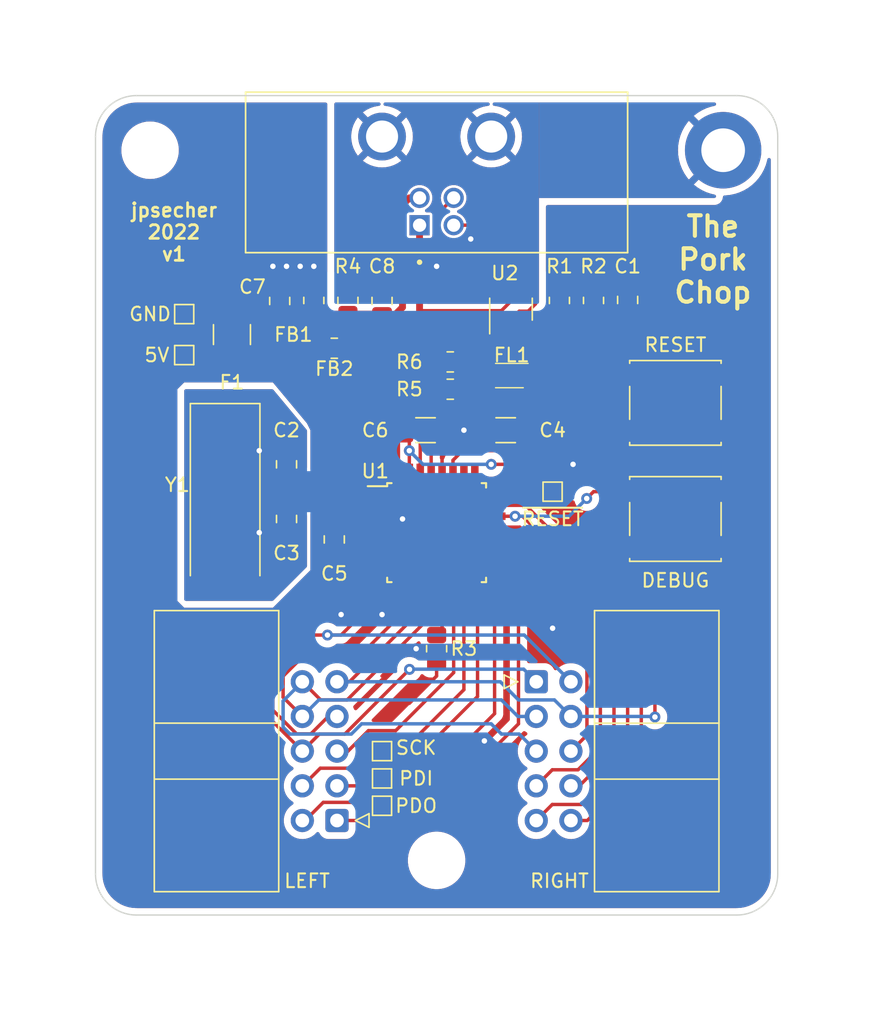
<source format=kicad_pcb>
(kicad_pcb (version 20211014) (generator pcbnew)
  (layers (0 "F.Cu" signal) (31 "B.Cu" signal) (34 "B.Paste" user) (35 "F.Paste" user) (36 "B.SilkS" user "B.Silkscreen") (37 "F.SilkS" user "F.Silkscreen") (38 "B.Mask" user) (39 "F.Mask" user) (44 "Edge.Cuts" user))
  (net 0 "")
  (net 1 "Net-(C1-Pad1)")
  (net 2 "GND")
  (net 3 "Net-(C2-Pad1)")
  (net 4 "Net-(C3-Pad1)")
  (net 5 "Net-(C4-Pad1)")
  (net 6 "+5V")
  (net 7 "Net-(C7-Pad1)")
  (net 8 "GNDPWR")
  (net 9 "Net-(C8-Pad2)")
  (net 10 "Net-(FB2-Pad2)")
  (net 11 "/D+")
  (net 12 "Net-(FL1-Pad2)")
  (net 13 "Net-(FL1-Pad3)")
  (net 14 "/D-")
  (net 15 "/D_P")
  (net 16 "R0")
  (net 17 "R1")
  (net 18 "R2")
  (net 19 "R3")
  (net 20 "R4")
  (net 21 "C0")
  (net 22 "C1")
  (net 23 "C2")
  (net 24 "C3")
  (net 25 "C4")
  (net 26 "C5")
  (net 27 "C6")
  (net 28 "C7")
  (net 29 "C8")
  (net 30 "C9")
  (net 31 "Net-(R2-Pad2)")
  (net 32 "Net-(R3-Pad1)")
  (net 33 "Dpos")
  (net 34 "Dneg")
  (net 40 "Net-(FL1-Pad1)")
  (footprint "mech-kbd:AMPHENOL_MUSBD111M0" (layer "F.Cu") (at 125 63 180)
    (fp_text reference "J1" hide)
    (fp_text value "MUSBD111M0")
    (pad "1" thru_hole rect (at 1.25 -6.49 180) (size 1.478 1.478) (drill 0.97) (layers *.Cu *.Mask) (net 10 "Net-(FB2-Pad2)"))
    (pad "2" thru_hole circle (at -1.25 -6.49 180) (size 1.478 1.478) (drill 0.97) (layers *.Cu *.Mask) (net 14 "/D-"))
    (pad "3" thru_hole circle (at -1.25 -4.49 180) (size 1.478 1.478) (drill 0.97) (layers *.Cu *.Mask) (net 11 "/D+"))
    (pad "4" thru_hole circle (at 1.25 -4.49 180) (size 1.478 1.478) (drill 0.97) (layers *.Cu *.Mask) (net 9 "Net-(C8-Pad2)"))
    (pad "5" thru_hole circle (at -4 0 180) (size 3.5 3.5) (drill 2.35) (layers *.Cu *.Mask) (net 8 "GNDPWR"))
    (pad "5" thru_hole circle (at 4 0 180) (size 3.5 3.5) (drill 2.35) (layers *.Cu *.Mask) (net 8 "GNDPWR"))
  )
  (footprint "Capacitor_SMD:C_0805_2012Metric_Pad1.18x1.45mm_HandSolder" (layer "F.Cu") (at 121 75.0375 -90)
    (fp_text reference "C8" (at -2.5375 0 180) (layer "F.SilkS"))
    (fp_text value "22p/100V")
    (pad "1" smd roundrect (at -1.0375 0 270) (size 1.175 1.45) (layers "F.Cu" "F.Paste" "F.Mask") (roundrect_rratio 0.212766) (net 8 "GNDPWR"))
    (pad "2" smd roundrect (at 1.0375 0 270) (size 1.175 1.45) (layers "F.Cu" "F.Paste" "F.Mask") (roundrect_rratio 0.212766) (net 9 "Net-(C8-Pad2)"))
  )
  (footprint "Connector_IDC:IDC-Header_2x05_P2.54mm_Horizontal" (layer "F.Cu") (at 117.6975 113.08 180)
    (fp_text reference "J2" hide)
    (fp_text value "LEFT" (at 2.1975 -4.42) (layer "F.SilkS"))
    (pad "1" thru_hole roundrect (at 0 0 180) (size 1.7 1.7) (drill 1) (layers *.Cu *.Mask) (roundrect_rratio 0.147059) (net 21 "C0"))
    (pad "2" thru_hole circle (at 2.54 0 180) (size 1.7 1.7) (drill 1) (layers *.Cu *.Mask) (net 22 "C1"))
    (pad "3" thru_hole circle (at 0 2.54 180) (size 1.7 1.7) (drill 1) (layers *.Cu *.Mask) (net 23 "C2"))
    (pad "4" thru_hole circle (at 2.54 2.54 180) (size 1.7 1.7) (drill 1) (layers *.Cu *.Mask) (net 24 "C3"))
    (pad "5" thru_hole circle (at 0 5.08 180) (size 1.7 1.7) (drill 1) (layers *.Cu *.Mask) (net 25 "C4"))
    (pad "6" thru_hole circle (at 2.54 5.08 180) (size 1.7 1.7) (drill 1) (layers *.Cu *.Mask) (net 16 "R0"))
    (pad "7" thru_hole circle (at 0 7.62 180) (size 1.7 1.7) (drill 1) (layers *.Cu *.Mask) (net 17 "R1"))
    (pad "8" thru_hole circle (at 2.54 7.62 180) (size 1.7 1.7) (drill 1) (layers *.Cu *.Mask) (net 18 "R2"))
    (pad "9" thru_hole circle (at 0 10.16 180) (size 1.7 1.7) (drill 1) (layers *.Cu *.Mask) (net 19 "R3"))
    (pad "10" thru_hole circle (at 2.54 10.16 180) (size 1.7 1.7) (drill 1) (layers *.Cu *.Mask) (net 20 "R4"))
  )
  (footprint "Resistor_SMD:R_0805_2012Metric_Pad1.20x1.40mm_HandSolder" (layer "F.Cu") (at 126 79.5 180)
    (fp_text reference "R6" (at 3 0) (layer "F.SilkS"))
    (fp_text value "22")
    (pad "1" smd roundrect (at -1 0 180) (size 1.2 1.4) (layers "F.Cu" "F.Paste" "F.Mask") (roundrect_rratio 0.208333) (net 12 "Net-(FL1-Pad2)"))
    (pad "2" smd roundrect (at 1 0 180) (size 1.2 1.4) (layers "F.Cu" "F.Paste" "F.Mask") (roundrect_rratio 0.208333) (net 34 "Dneg"))
  )
  (footprint "Capacitor_SMD:C_0805_2012Metric_Pad1.18x1.45mm_HandSolder" (layer "F.Cu") (at 114 91 -90)
    (fp_text reference "C3" (at 2.5 0 180) (layer "F.SilkS"))
    (fp_text value "22p")
    (pad "1" smd roundrect (at -1.0375 0 270) (size 1.175 1.45) (layers "F.Cu" "F.Paste" "F.Mask") (roundrect_rratio 0.212766) (net 4 "Net-(C3-Pad1)"))
    (pad "2" smd roundrect (at 1.0375 0 270) (size 1.175 1.45) (layers "F.Cu" "F.Paste" "F.Mask") (roundrect_rratio 0.212766) (net 2 "GND"))
  )
  (footprint "Capacitor_SMD:C_1206_3216Metric_Pad1.33x1.80mm_HandSolder" (layer "F.Cu") (at 124.1875 84.5)
    (fp_text reference "C6" (at -3.6875 0) (layer "F.SilkS"))
    (fp_text value "1µ")
    (pad "1" smd roundrect (at -1.5625 0) (size 1.325 1.8) (layers "F.Cu" "F.Paste" "F.Mask") (roundrect_rratio 0.188679) (net 6 "+5V"))
    (pad "2" smd roundrect (at 1.5625 0) (size 1.325 1.8) (layers "F.Cu" "F.Paste" "F.Mask") (roundrect_rratio 0.188679) (net 2 "GND"))
  )
  (footprint "Resistor_SMD:R_1210_3225Metric_Pad1.30x2.65mm_HandSolder" (layer "F.Cu") (at 110 77.5 -90)
    (fp_text reference "F1" (at 3.5 0 180) (layer "F.SilkS"))
    (fp_text value "350mA")
    (pad "1" smd roundrect (at -1.55 0 270) (size 1.3 2.65) (layers "F.Cu" "F.Paste" "F.Mask") (roundrect_rratio 0.192308) (net 7 "Net-(C7-Pad1)"))
    (pad "2" smd roundrect (at 1.55 0 270) (size 1.3 2.65) (layers "F.Cu" "F.Paste" "F.Mask") (roundrect_rratio 0.192308) (net 6 "+5V"))
  )
  (footprint "MountingHole:MountingHole_3.2mm_M3" (layer "F.Cu") (at 104 64)
    (fp_text reference "REF**" hide)
    (fp_text value "MountingHole_3.2mm_M3" hide)
    (pad "" np_thru_hole circle (at 0 0) (size 3.2 3.2) (drill 3.2) (layers *.Cu *.Mask))
  )
  (footprint "Button_Switch_SMD:SW_SPST_EVQQ2" (layer "F.Cu") (at 142.5 82.5 180)
    (fp_text reference "SW1" hide)
    (fp_text value "RESET" (at 0 4.25) (layer "F.SilkS"))
    (pad "1" smd rect (at 3.4 -2 180) (size 3.2 1) (layers "F.Cu" "F.Paste" "F.Mask") (net 31 "Net-(R2-Pad2)"))
    (pad "1" smd rect (at -3.4 -2 180) (size 3.2 1) (layers "F.Cu" "F.Paste" "F.Mask") (net 31 "Net-(R2-Pad2)"))
    (pad "2" smd rect (at 3.4 2 180) (size 3.2 1) (layers "F.Cu" "F.Paste" "F.Mask") (net 2 "GND"))
    (pad "2" smd rect (at -3.4 2 180) (size 3.2 1) (layers "F.Cu" "F.Paste" "F.Mask") (net 2 "GND"))
  )
  (footprint "TestPoint:TestPoint_Pad_1.0x1.0mm" (layer "F.Cu") (at 106.5 76)
    (fp_text reference "TP5" hide)
    (fp_text value "GND" (at -2.5 0) (layer "F.SilkS"))
    (pad "1" smd rect (at 0 0) (size 1 1) (layers "F.Cu" "F.Mask") (net 2 "GND"))
  )
  (footprint "Capacitor_SMD:C_1206_3216Metric_Pad1.33x1.80mm_HandSolder" (layer "F.Cu") (at 130.0625 84.5 180)
    (fp_text reference "C4" (at -3.4375 0) (layer "F.SilkS"))
    (fp_text value "1µ")
    (pad "1" smd roundrect (at -1.5625 0 180) (size 1.325 1.8) (layers "F.Cu" "F.Paste" "F.Mask") (roundrect_rratio 0.188679) (net 5 "Net-(C4-Pad1)"))
    (pad "2" smd roundrect (at 1.5625 0 180) (size 1.325 1.8) (layers "F.Cu" "F.Paste" "F.Mask") (roundrect_rratio 0.188679) (net 2 "GND"))
  )
  (footprint "Connector_IDC:IDC-Header_2x05_P2.54mm_Horizontal" (layer "F.Cu") (at 132.3025 102.92)
    (fp_text reference "J3" hide)
    (fp_text value "RIGHT" (at 1.6975 14.58) (layer "F.SilkS"))
    (pad "1" thru_hole roundrect (at 0 0) (size 1.7 1.7) (drill 1) (layers *.Cu *.Mask) (roundrect_rratio 0.147059) (net 16 "R0"))
    (pad "2" thru_hole circle (at 2.54 0) (size 1.7 1.7) (drill 1) (layers *.Cu *.Mask) (net 17 "R1"))
    (pad "3" thru_hole circle (at 0 2.54) (size 1.7 1.7) (drill 1) (layers *.Cu *.Mask) (net 18 "R2"))
    (pad "4" thru_hole circle (at 2.54 2.54) (size 1.7 1.7) (drill 1) (layers *.Cu *.Mask) (net 19 "R3"))
    (pad "5" thru_hole circle (at 0 5.08) (size 1.7 1.7) (drill 1) (layers *.Cu *.Mask) (net 20 "R4"))
    (pad "6" thru_hole circle (at 2.54 5.08) (size 1.7 1.7) (drill 1) (layers *.Cu *.Mask) (net 26 "C5"))
    (pad "7" thru_hole circle (at 0 7.62) (size 1.7 1.7) (drill 1) (layers *.Cu *.Mask) (net 27 "C6"))
    (pad "8" thru_hole circle (at 2.54 7.62) (size 1.7 1.7) (drill 1) (layers *.Cu *.Mask) (net 28 "C7"))
    (pad "9" thru_hole circle (at 0 10.16) (size 1.7 1.7) (drill 1) (layers *.Cu *.Mask) (net 29 "C8"))
    (pad "10" thru_hole circle (at 2.54 10.16) (size 1.7 1.7) (drill 1) (layers *.Cu *.Mask) (net 30 "C9"))
  )
  (footprint "TestPoint:TestPoint_Pad_1.0x1.0mm" (layer "F.Cu") (at 121 110 180)
    (fp_text reference "TP3" hide)
    (fp_text value "PDI" (at -2.5 0) (layer "F.SilkS"))
    (pad "1" smd rect (at 0 0 180) (size 1 1) (layers "F.Cu" "F.Mask") (net 23 "C2"))
  )
  (footprint "Capacitor_SMD:C_0805_2012Metric_Pad1.18x1.45mm_HandSolder" (layer "F.Cu") (at 114 87 90)
    (fp_text reference "C2" (at 2.5 0 180) (layer "F.SilkS"))
    (fp_text value "22p")
    (pad "1" smd roundrect (at -1.0375 0 90) (size 1.175 1.45) (layers "F.Cu" "F.Paste" "F.Mask") (roundrect_rratio 0.212766) (net 3 "Net-(C2-Pad1)"))
    (pad "2" smd roundrect (at 1.0375 0 90) (size 1.175 1.45) (layers "F.Cu" "F.Paste" "F.Mask") (roundrect_rratio 0.212766) (net 2 "GND"))
  )
  (footprint "Button_Switch_SMD:SW_SPST_EVQQ2" (layer "F.Cu") (at 142.5 91)
    (fp_text reference "SW2" hide)
    (fp_text value "DEBUG" (at 0 4.5) (layer "F.SilkS"))
    (pad "1" smd rect (at 3.4 -2) (size 3.2 1) (layers "F.Cu" "F.Paste" "F.Mask") (net 29 "C8"))
    (pad "1" smd rect (at -3.4 -2) (size 3.2 1) (layers "F.Cu" "F.Paste" "F.Mask") (net 29 "C8"))
    (pad "2" smd rect (at -3.4 2) (size 3.2 1) (layers "F.Cu" "F.Paste" "F.Mask") (net 19 "R3"))
    (pad "2" smd rect (at 3.4 2) (size 3.2 1) (layers "F.Cu" "F.Paste" "F.Mask") (net 19 "R3"))
  )
  (footprint "MountingHole:MountingHole_3.2mm_M3_DIN965_Pad" (layer "F.Cu") (at 146 64)
    (fp_text reference "H1" hide)
    (fp_text value "case" hide)
    (pad "1" thru_hole circle (at 0 0) (size 5.6 5.6) (drill 3.2) (layers *.Cu *.Mask) (net 8 "GNDPWR"))
  )
  (footprint "TestPoint:TestPoint_Pad_1.0x1.0mm" (layer "F.Cu") (at 121 112)
    (fp_text reference "TP4" hide)
    (fp_text value "PDO" (at 2.5 0 180) (layer "F.SilkS"))
    (pad "1" smd rect (at 0 0) (size 1 1) (layers "F.Cu" "F.Mask") (net 22 "C1"))
  )
  (footprint "Resistor_SMD:R_0805_2012Metric_Pad1.20x1.40mm_HandSolder" (layer "F.Cu") (at 126 81.5 180)
    (fp_text reference "R5" (at 3 0) (layer "F.SilkS"))
    (fp_text value "22")
    (pad "1" smd roundrect (at -1 0 180) (size 1.2 1.4) (layers "F.Cu" "F.Paste" "F.Mask") (roundrect_rratio 0.208333) (net 13 "Net-(FL1-Pad3)"))
    (pad "2" smd roundrect (at 1 0 180) (size 1.2 1.4) (layers "F.Cu" "F.Paste" "F.Mask") (roundrect_rratio 0.208333) (net 33 "Dpos"))
  )
  (footprint "Crystal:Crystal_SMD_HC49-SD" (layer "F.Cu") (at 109.5 89.25 -90)
    (fp_text reference "Y1" (at -0.75 3.5 180) (layer "F.SilkS"))
    (fp_text value "16MHz")
    (pad "1" smd rect (at -4.25 0 270) (size 4.5 2) (layers "F.Cu" "F.Paste" "F.Mask") (net 3 "Net-(C2-Pad1)"))
    (pad "2" smd rect (at 4.25 0 270) (size 4.5 2) (layers "F.Cu" "F.Paste" "F.Mask") (net 4 "Net-(C3-Pad1)"))
  )
  (footprint "Resistor_SMD:R_0805_2012Metric_Pad1.20x1.40mm_HandSolder" (layer "F.Cu") (at 117.5 78.5)
    (fp_text reference "FB2" (at 0 1.5) (layer "F.SilkS"))
    (fp_text value "120")
    (pad "1" smd roundrect (at -1 0) (size 1.2 1.4) (layers "F.Cu" "F.Paste" "F.Mask") (roundrect_rratio 0.208333) (net 7 "Net-(C7-Pad1)"))
    (pad "2" smd roundrect (at 1 0) (size 1.2 1.4) (layers "F.Cu" "F.Paste" "F.Mask") (roundrect_rratio 0.208333) (net 10 "Net-(FB2-Pad2)"))
  )
  (footprint "TestPoint:TestPoint_Pad_1.0x1.0mm" (layer "F.Cu") (at 121 108)
    (fp_text reference "TP2" hide)
    (fp_text value "SCK" (at 2.5 -0.25) (layer "F.SilkS"))
    (pad "1" smd rect (at 0 0) (size 1 1) (layers "F.Cu" "F.Mask") (net 24 "C3"))
  )
  (footprint "Capacitor_SMD:C_0805_2012Metric_Pad1.18x1.45mm_HandSolder" (layer "F.Cu") (at 113.5 75.0375 90)
    (fp_text reference "C7" (at 1.0375 -2 180) (layer "F.SilkS"))
    (fp_text value "4µ7")
    (pad "1" smd roundrect (at -1.0375 0 90) (size 1.175 1.45) (layers "F.Cu" "F.Paste" "F.Mask") (roundrect_rratio 0.212766) (net 7 "Net-(C7-Pad1)"))
    (pad "2" smd roundrect (at 1.0375 0 90) (size 1.175 1.45) (layers "F.Cu" "F.Paste" "F.Mask") (roundrect_rratio 0.212766) (net 2 "GND"))
  )
  (footprint "Resistor_SMD:R_0805_2012Metric_Pad1.20x1.40mm_HandSolder" (layer "F.Cu") (at 118.5 75 90)
    (fp_text reference "R4" (at 2.5 0 180) (layer "F.SilkS"))
    (fp_text value "1M")
    (pad "1" smd roundrect (at -1 0 90) (size 1.2 1.4) (layers "F.Cu" "F.Paste" "F.Mask") (roundrect_rratio 0.208333) (net 9 "Net-(C8-Pad2)"))
    (pad "2" smd roundrect (at 1 0 90) (size 1.2 1.4) (layers "F.Cu" "F.Paste" "F.Mask") (roundrect_rratio 0.208333) (net 8 "GNDPWR"))
  )
  (footprint "MountingHole:MountingHole_3.2mm_M3" (layer "F.Cu") (at 125 116)
    (fp_text reference "REF**" hide)
    (fp_text value "MountingHole_3.2mm_M3" hide)
    (pad "" np_thru_hole circle (at 0 0) (size 3.2 3.2) (drill 3.2) (layers *.Cu *.Mask))
  )
  (footprint "TestPoint:TestPoint_Pad_1.0x1.0mm" (layer "F.Cu") (at 133.5 89)
    (fp_text reference "TP1" hide)
    (fp_text value "~{RESET}" (at 0 2) (layer "F.SilkS"))
    (pad "1" smd rect (at 0 0) (size 1 1) (layers "F.Cu" "F.Mask") (net 31 "Net-(R2-Pad2)"))
  )
  (footprint "Capacitor_SMD:C_0805_2012Metric_Pad1.18x1.45mm_HandSolder" (layer "F.Cu") (at 117.5 92.5 90)
    (fp_text reference "C5" (at -2.5 0 180) (layer "F.SilkS"))
    (fp_text value "1µ")
    (pad "1" smd roundrect (at -1.0375 0 90) (size 1.175 1.45) (layers "F.Cu" "F.Paste" "F.Mask") (roundrect_rratio 0.212766) (net 6 "+5V"))
    (pad "2" smd roundrect (at 1.0375 0 90) (size 1.175 1.45) (layers "F.Cu" "F.Paste" "F.Mask") (roundrect_rratio 0.212766) (net 2 "GND"))
  )
  (footprint "Inductor_SMD:L_CommonModeChoke_Coilcraft_0805USB" (layer "F.Cu") (at 130.335 80.5 -90)
    (fp_text reference "FL1" (at -1.5 -0.165 180) (layer "F.SilkS"))
    (fp_text value "NCC0805F900KTRF")
    (pad "1" smd roundrect (at -0.435 -0.835 270) (size 0.51 0.76) (layers "F.Cu" "F.Paste" "F.Mask") (roundrect_rratio 0.05) (net 40 "Net-(FL1-Pad1)"))
    (pad "2" smd roundrect (at -0.435 0.835 270) (size 0.51 0.76) (layers "F.Cu" "F.Paste" "F.Mask") (roundrect_rratio 0.05) (net 12 "Net-(FL1-Pad2)"))
    (pad "3" smd roundrect (at 0.435 0.835 270) (size 0.51 0.76) (layers "F.Cu" "F.Paste" "F.Mask") (roundrect_rratio 0.05) (net 13 "Net-(FL1-Pad3)"))
    (pad "4" smd roundrect (at 0.435 -0.835 270) (size 0.51 0.76) (layers "F.Cu" "F.Paste" "F.Mask") (roundrect_rratio 0.05) (net 15 "/D_P"))
  )
  (footprint "Resistor_SMD:R_0805_2012Metric_Pad1.20x1.40mm_HandSolder" (layer "F.Cu") (at 134 75 90)
    (fp_text reference "R1" (at 2.5 0 180) (layer "F.SilkS"))
    (fp_text value "10k")
    (pad "1" smd roundrect (at -1 0 90) (size 1.2 1.4) (layers "F.Cu" "F.Paste" "F.Mask") (roundrect_rratio 0.208333) (net 6 "+5V"))
    (pad "2" smd roundrect (at 1 0 90) (size 1.2 1.4) (layers "F.Cu" "F.Paste" "F.Mask") (roundrect_rratio 0.208333) (net 1 "Net-(C1-Pad1)"))
  )
  (footprint "Package_QFP:TQFP-32_7x7mm_P0.8mm" (layer "F.Cu") (at 125 92)
    (fp_text reference "U1" (at -4.5 -4.5) (layer "F.SilkS"))
    (fp_text value "ATmega32U2")
    (pad "1" smd rect (at -4.25 -2.8) (size 1.6 0.55) (layers "F.Cu" "F.Paste" "F.Mask") (net 3 "Net-(C2-Pad1)"))
    (pad "2" smd rect (at -4.25 -2) (size 1.6 0.55) (layers "F.Cu" "F.Paste" "F.Mask") (net 4 "Net-(C3-Pad1)"))
    (pad "3" smd rect (at -4.25 -1.2) (size 1.6 0.55) (layers "F.Cu" "F.Paste" "F.Mask") (net 2 "GND"))
    (pad "4" smd rect (at -4.25 -0.4) (size 1.6 0.55) (layers "F.Cu" "F.Paste" "F.Mask") (net 6 "+5V"))
    (pad "5" smd rect (at -4.25 0.4) (size 1.6 0.55) (layers "F.Cu" "F.Paste" "F.Mask"))
    (pad "6" smd rect (at -4.25 1.2) (size 1.6 0.55) (layers "F.Cu" "F.Paste" "F.Mask"))
    (pad "7" smd rect (at -4.25 2) (size 1.6 0.55) (layers "F.Cu" "F.Paste" "F.Mask"))
    (pad "8" smd rect (at -4.25 2.8) (size 1.6 0.55) (layers "F.Cu" "F.Paste" "F.Mask") (net 16 "R0"))
    (pad "9" smd rect (at -2.8 4.25 90) (size 1.6 0.55) (layers "F.Cu" "F.Paste" "F.Mask") (net 17 "R1"))
    (pad "10" smd rect (at -2 4.25 90) (size 1.6 0.55) (layers "F.Cu" "F.Paste" "F.Mask") (net 18 "R2"))
    (pad "11" smd rect (at -1.2 4.25 90) (size 1.6 0.55) (layers "F.Cu" "F.Paste" "F.Mask") (net 19 "R3"))
    (pad "12" smd rect (at -0.4 4.25 90) (size 1.6 0.55) (layers "F.Cu" "F.Paste" "F.Mask") (net 20 "R4"))
    (pad "13" smd rect (at 0.4 4.25 90) (size 1.6 0.55) (layers "F.Cu" "F.Paste" "F.Mask") (net 32 "Net-(R3-Pad1)"))
    (pad "14" smd rect (at 1.2 4.25 90) (size 1.6 0.55) (layers "F.Cu" "F.Paste" "F.Mask") (net 25 "C4"))
    (pad "15" smd rect (at 2 4.25 90) (size 1.6 0.55) (layers "F.Cu" "F.Paste" "F.Mask") (net 24 "C3"))
    (pad "16" smd rect (at 2.8 4.25 90) (size 1.6 0.55) (layers "F.Cu" "F.Paste" "F.Mask") (net 23 "C2"))
    (pad "17" smd rect (at 4.25 2.8) (size 1.6 0.55) (layers "F.Cu" "F.Paste" "F.Mask") (net 22 "C1"))
    (pad "18" smd rect (at 4.25 2) (size 1.6 0.55) (layers "F.Cu" "F.Paste" "F.Mask") (net 21 "C0"))
    (pad "19" smd rect (at 4.25 1.2) (size 1.6 0.55) (layers "F.Cu" "F.Paste" "F.Mask") (net 26 "C5"))
    (pad "20" smd rect (at 4.25 0.4) (size 1.6 0.55) (layers "F.Cu" "F.Paste" "F.Mask") (net 27 "C6"))
    (pad "21" smd rect (at 4.25 -0.4) (size 1.6 0.55) (layers "F.Cu" "F.Paste" "F.Mask") (net 28 "C7"))
    (pad "22" smd rect (at 4.25 -1.2) (size 1.6 0.55) (layers "F.Cu" "F.Paste" "F.Mask") (net 29 "C8"))
    (pad "23" smd rect (at 4.25 -2) (size 1.6 0.55) (layers "F.Cu" "F.Paste" "F.Mask") (net 30 "C9"))
    (pad "24" smd rect (at 4.25 -2.8) (size 1.6 0.55) (layers "F.Cu" "F.Paste" "F.Mask") (net 31 "Net-(R2-Pad2)"))
    (pad "25" smd rect (at 2.8 -4.25 90) (size 1.6 0.55) (layers "F.Cu" "F.Paste" "F.Mask"))
    (pad "26" smd rect (at 2 -4.25 90) (size 1.6 0.55) (layers "F.Cu" "F.Paste" "F.Mask"))
    (pad "27" smd rect (at 1.2 -4.25 90) (size 1.6 0.55) (layers "F.Cu" "F.Paste" "F.Mask") (net 5 "Net-(C4-Pad1)"))
    (pad "28" smd rect (at 0.4 -4.25 90) (size 1.6 0.55) (layers "F.Cu" "F.Paste" "F.Mask") (net 2 "GND"))
    (pad "29" smd rect (at -0.4 -4.25 90) (size 1.6 0.55) (layers "F.Cu" "F.Paste" "F.Mask") (net 33 "Dpos"))
    (pad "30" smd rect (at -1.2 -4.25 90) (size 1.6 0.55) (layers "F.Cu" "F.Paste" "F.Mask") (net 34 "Dneg"))
    (pad "31" smd rect (at -2 -4.25 90) (size 1.6 0.55) (layers "F.Cu" "F.Paste" "F.Mask") (net 6 "+5V"))
    (pad "32" smd rect (at -2.8 -4.25 90) (size 1.6 0.55) (layers "F.Cu" "F.Paste" "F.Mask") (net 6 "+5V"))
  )
  (footprint "Package_TO_SOT_SMD:SOT-23-6" (layer "F.Cu") (at 130.45 75.6375 90)
    (fp_text reference "U2" (at 2.6375 -0.45 180) (layer "F.SilkS"))
    (fp_text value "USBLC6-2SC6")
    (pad "1" smd roundrect (at -1.1375 -0.95 90) (size 1.325 0.6) (layers "F.Cu" "F.Paste" "F.Mask") (net 15 "/D_P"))
    (pad "2" smd roundrect (at -1.1375 0 90) (size 1.325 0.6) (layers "F.Cu" "F.Paste" "F.Mask") (net 8 "GNDPWR"))
    (pad "3" smd roundrect (at -1.1375 0.95 90) (size 1.325 0.6) (layers "F.Cu" "F.Paste" "F.Mask") (net 40 "Net-(FL1-Pad1)"))
    (pad "4" smd roundrect (at 1.1375 0.95 90) (size 1.325 0.6) (layers "F.Cu" "F.Paste" "F.Mask") (net 14 "/D-"))
    (pad "5" smd roundrect (at 1.1375 0 90) (size 1.325 0.6) (layers "F.Cu" "F.Paste" "F.Mask") (net 10 "Net-(FB2-Pad2)"))
    (pad "6" smd roundrect (at 1.1375 -0.95 90) (size 1.325 0.6) (layers "F.Cu" "F.Paste" "F.Mask") (net 11 "/D+"))
  )
  (footprint "Capacitor_SMD:C_0805_2012Metric_Pad1.18x1.45mm_HandSolder" (layer "F.Cu") (at 139 74.9625 -90)
    (fp_text reference "C1" (at -2.4625 0 180) (layer "F.SilkS"))
    (fp_text value "22p")
    (pad "1" smd roundrect (at -1.0375 0 270) (size 1.175 1.45) (layers "F.Cu" "F.Paste" "F.Mask") (roundrect_rratio 0.212766) (net 1 "Net-(C1-Pad1)"))
    (pad "2" smd roundrect (at 1.0375 0 270) (size 1.175 1.45) (layers "F.Cu" "F.Paste" "F.Mask") (roundrect_rratio 0.212766) (net 2 "GND"))
  )
  (footprint "Resistor_SMD:R_0805_2012Metric_Pad1.20x1.40mm_HandSolder" (layer "F.Cu") (at 125 100.5 -90)
    (fp_text reference "R3" (at 0 -2 180) (layer "F.SilkS"))
    (fp_text value "10k")
    (pad "1" smd roundrect (at -1 0 270) (size 1.2 1.4) (layers "F.Cu" "F.Paste" "F.Mask") (roundrect_rratio 0.208333) (net 32 "Net-(R3-Pad1)"))
    (pad "2" smd roundrect (at 1 0 270) (size 1.2 1.4) (layers "F.Cu" "F.Paste" "F.Mask") (roundrect_rratio 0.208333) (net 2 "GND"))
  )
  (footprint "Resistor_SMD:R_0805_2012Metric_Pad1.20x1.40mm_HandSolder" (layer "F.Cu") (at 136.5 75 -90)
    (fp_text reference "R2" (at -2.5 0 180) (layer "F.SilkS"))
    (fp_text value "22")
    (pad "1" smd roundrect (at -1 0 270) (size 1.2 1.4) (layers "F.Cu" "F.Paste" "F.Mask") (roundrect_rratio 0.208333) (net 1 "Net-(C1-Pad1)"))
    (pad "2" smd roundrect (at 1 0 270) (size 1.2 1.4) (layers "F.Cu" "F.Paste" "F.Mask") (roundrect_rratio 0.208333) (net 31 "Net-(R2-Pad2)"))
  )
  (footprint "Resistor_SMD:R_0805_2012Metric_Pad1.20x1.40mm_HandSolder" (layer "F.Cu") (at 116 75 -90)
    (fp_text reference "FB1" (at 2.5 1.5 180) (layer "F.SilkS"))
    (fp_text value "120")
    (pad "1" smd roundrect (at -1 0 270) (size 1.2 1.4) (layers "F.Cu" "F.Paste" "F.Mask") (roundrect_rratio 0.208333) (net 2 "GND"))
    (pad "2" smd roundrect (at 1 0 270) (size 1.2 1.4) (layers "F.Cu" "F.Paste" "F.Mask") (roundrect_rratio 0.208333) (net 9 "Net-(C8-Pad2)"))
  )
  (footprint "TestPoint:TestPoint_Pad_1.0x1.0mm" (layer "F.Cu") (at 106.5 79)
    (fp_text reference "TP6" hide)
    (fp_text value "5V" (at -2 0 180) (layer "F.SilkS"))
    (pad "1" smd rect (at 0 0) (size 1 1) (layers "F.Cu" "F.Mask") (net 6 "+5V"))
  )
  (gr_arc (start 100 63) (mid 100.87868 60.87868) (end 103 60) (layer "Edge.Cuts") (width 0.1))
  (gr_line (start 150 63) (end 150 117) (layer "Edge.Cuts") (width 0.1))
  (gr_arc (start 147 60) (mid 149.12132 60.87868) (end 150 63) (layer "Edge.Cuts") (width 0.1))
  (gr_arc (start 103 120) (mid 100.87868 119.12132) (end 100 117) (layer "Edge.Cuts") (width 0.1))
  (gr_line (start 100 117) (end 100 63) (layer "Edge.Cuts") (width 0.1))
  (gr_line (start 147 120) (end 103 120) (layer "Edge.Cuts") (width 0.1))
  (gr_arc (start 150 117) (mid 149.12132 119.12132) (end 147 120) (layer "Edge.Cuts") (width 0.1))
  (gr_line (start 103 60) (end 147 60) (layer "Edge.Cuts") (width 0.1))
  (gr_text "jpsecher\n2022\nv1" (at 105.75 70) (layer "F.SilkS") (effects (font (size 1 1) (thickness 0.2))))
  (gr_text "The\nPork\nChop" (at 145.25 72) (layer "F.SilkS") (effects (font (size 1.5 1.5) (thickness 0.3))))
  (segment (start 134 74) (end 136.5 74) (width 0.25) (layer "F.Cu") (net 1))
  (segment (start 136.5 74) (end 138.925 74) (width 0.25) (layer "F.Cu") (net 1))
  (segment (start 138.925 74) (end 139 73.925) (width 0.25) (layer "F.Cu") (net 1))
  (segment (start 123 100.5) (end 121 102.5) (width 0.25) (layer "F.Cu") (net 2))
  (segment (start 125 100.5) (end 123.5 100.5) (width 0.25) (layer "F.Cu") (net 2))
  (segment (start 124.95 90.8) (end 125.4 90.35) (width 0.25) (layer "F.Cu") (net 2))
  (segment (start 119.2 90.8) (end 120.75 90.8) (width 0.25) (layer "F.Cu") (net 2))
  (segment (start 125.75 84.5) (end 127 84.5) (width 0.25) (layer "F.Cu") (net 2))
  (segment (start 120.75 90.8) (end 124.95 90.8) (width 0.25) (layer "F.Cu") (net 2))
  (segment (start 123.5 100.5) (end 123 100.5) (width 0.25) (layer "F.Cu") (net 2))
  (segment (start 125 101.5) (end 125 100.5) (width 0.25) (layer "F.Cu") (net 2))
  (segment (start 125.4 84.85) (end 125.4 87.75) (width 0.25) (layer "F.Cu") (net 2))
  (segment (start 125.75 84.5) (end 125.4 84.85) (width 0.25) (layer "F.Cu") (net 2))
  (segment (start 117.5 91.4625) (end 117.5375 91.5) (width 0.25) (layer "F.Cu") (net 2))
  (segment (start 127 84.5) (end 128.5 84.5) (width 0.25) (layer "F.Cu") (net 2))
  (segment (start 125 101.5) (end 125 102.5) (width 0.25) (layer "F.Cu") (net 2))
  (segment (start 125.4 90.35) (end 125.4 87.75) (width 0.25) (layer "F.Cu") (net 2))
  (segment (start 118.5 91.5) (end 119.2 90.8) (width 0.25) (layer "F.Cu") (net 2))
  (segment (start 125 102.5) (end 123 104.5) (width 0.25) (layer "F.Cu") (net 2))
  (segment (start 117.5375 91.5) (end 118.5 91.5) (width 0.25) (layer "F.Cu") (net 2))
  (via (at 127 84.5) (size 0.8) (drill 0.4) (layers "F.Cu" "B.Cu") (net 2))
  (via (at 115 72.5) (size 0.8) (drill 0.4) (layers "F.Cu" "B.Cu") (net 2))
  (via (at 116 72.5) (size 0.8) (drill 0.4) (layers "F.Cu" "B.Cu") (net 2))
  (via (at 122.5 91) (size 0.8) (drill 0.4) (layers "F.Cu" "B.Cu") (net 2))
  (via (at 128.5 107.25) (size 0.8) (drill 0.4) (layers "F.Cu" "B.Cu") (net 2))
  (via (at 113 72.5) (size 0.8) (drill 0.4) (layers "F.Cu" "B.Cu") (net 2))
  (via (at 112 86) (size 0.8) (drill 0.4) (layers "F.Cu" "B.Cu") (net 2))
  (via (at 121 98) (size 0.8) (drill 0.4) (layers "F.Cu" "B.Cu") (net 2))
  (via (at 123.5 100.5) (size 0.8) (drill 0.4) (layers "F.Cu" "B.Cu") (net 2))
  (via (at 118 98) (size 0.8) (drill 0.4) (layers "F.Cu" "B.Cu") (net 2))
  (via (at 114 72.5) (size 0.8) (drill 0.4) (layers "F.Cu" "B.Cu") (net 2))
  (via (at 112 92) (size 0.8) (drill 0.4) (layers "F.Cu" "B.Cu") (net 2))
  (via (at 135 87) (size 0.8) (drill 0.4) (layers "F.Cu" "B.Cu") (net 2))
  (via (at 133.5 99) (size 0.8) (drill 0.4) (layers "F.Cu" "B.Cu") (net 2))
  (segment (start 113.9625 88) (end 114 88.0375) (width 0.25) (layer "F.Cu") (net 3))
  (segment (start 109.5 85) (end 109.5 87) (width 0.25) (layer "F.Cu") (net 3))
  (segment (start 110.5 88) (end 113.9625 88) (width 0.25) (layer "F.Cu") (net 3))
  (segment (start 114 88.0375) (end 114.0375 88) (width 0.25) (layer "F.Cu") (net 3))
  (segment (start 119.7 89.2) (end 120.75 89.2) (width 0.25) (layer "F.Cu") (net 3))
  (segment (start 115.5 88) (end 116 88.5) (width 0.25) (layer "F.Cu") (net 3))
  (segment (start 119 88.5) (end 119.7 89.2) (width 0.25) (layer "F.Cu") (net 3))
  (segment (start 116 88.5) (end 119 88.5) (width 0.25) (layer "F.Cu") (net 3))
  (segment (start 114.0375 88) (end 115.5 88) (width 0.25) (layer "F.Cu") (net 3))
  (segment (start 109.5 87) (end 110.5 88) (width 0.25) (layer "F.Cu") (net 3))
  (segment (start 115.5 90) (end 116 89.5) (width 0.25) (layer "F.Cu") (net 4))
  (segment (start 114.0375 90) (end 115.5 90) (width 0.25) (layer "F.Cu") (net 4))
  (segment (start 110.5375 89.9625) (end 114 89.9625) (width 0.25) (layer "F.Cu") (net 4))
  (segment (start 114 89.9625) (end 114.0375 90) (width 0.25) (layer "F.Cu") (net 4))
  (segment (start 116 89.5) (end 118.863604 89.5) (width 0.25) (layer "F.Cu") (net 4))
  (segment (start 119.363604 90) (end 120.75 90) (width 0.25) (layer "F.Cu") (net 4))
  (segment (start 118.863604 89.5) (end 119.363604 90) (width 0.25) (layer "F.Cu") (net 4))
  (segment (start 109.5 91) (end 110.5375 89.9625) (width 0.25) (layer "F.Cu") (net 4))
  (segment (start 109.5 93.5) (end 109.5 91) (width 0.25) (layer "F.Cu") (net 4))
  (segment (start 130.125 86) (end 131.625 84.5) (width 0.25) (layer "F.Cu") (net 5))
  (segment (start 126.9 86) (end 130.125 86) (width 0.25) (layer "F.Cu") (net 5))
  (segment (start 126.2 86.7) (end 126.9 86) (width 0.25) (layer "F.Cu") (net 5))
  (segment (start 126.2 87.75) (end 126.2 86.7) (width 0.25) (layer "F.Cu") (net 5))
  (segment (start 122.2 87.75) (end 122.2 84.925) (width 0.25) (layer "F.Cu") (net 6))
  (segment (start 104 79.5) (end 104 96.75) (width 0.5) (layer "F.Cu") (net 6))
  (segment (start 109.95 79) (end 110 79.05) (width 0.5) (layer "F.Cu") (net 6))
  (segment (start 106.25 99) (end 113 99) (width 0.5) (layer "F.Cu") (net 6))
  (segment (start 113 99) (end 117.5 94.5) (width 0.5) (layer "F.Cu") (net 6))
  (segment (start 122.625 84.5) (end 123 84.875) (width 0.25) (layer "F.Cu") (net 6))
  (segment (start 104 96.75) (end 106.25 99) (width 0.5) (layer "F.Cu") (net 6))
  (segment (start 133 87) (end 129 87) (width 0.25) (layer "F.Cu") (net 6))
  (segment (start 122.2 84.925) (end 122.625 84.5) (width 0.25) (layer "F.Cu") (net 6))
  (segment (start 110 79.05) (end 110.05 79) (width 0.5) (layer "F.Cu") (net 6))
  (segment (start 106.5 79) (end 109.95 79) (width 0.5) (layer "F.Cu") (net 6))
  (segment (start 104.5 79) (end 104 79.5) (width 0.5) (layer "F.Cu") (net 6))
  (segment (start 134 76) (end 134 86) (width 0.25) (layer "F.Cu") (net 6))
  (segment (start 115.5 82) (end 121.5 82) (width 0.5) (layer "F.Cu") (net 6))
  (segment (start 134 86) (end 133 87) (width 0.25) (layer "F.Cu") (net 6))
  (segment (start 110.05 79) (end 112.5 79) (width 0.5) (layer "F.Cu") (net 6))
  (segment (start 106.5 79) (end 104.5 79) (width 0.5) (layer "F.Cu") (net 6))
  (segment (start 123 84.875) (end 123 87.75) (width 0.25) (layer "F.Cu") (net 6))
  (segment (start 117.5 94.5) (end 117.5 93.5375) (width 0.5) (layer "F.Cu") (net 6))
  (segment (start 117.5 93.5375) (end 119.4375 91.6) (width 0.25) (layer "F.Cu") (net 6))
  (segment (start 122.625 83.125) (end 122.625 84.5) (width 0.5) (layer "F.Cu") (net 6))
  (segment (start 112.5 79) (end 115.5 82) (width 0.5) (layer "F.Cu") (net 6))
  (segment (start 119.4375 91.6) (end 120.75 91.6) (width 0.25) (layer "F.Cu") (net 6))
  (segment (start 121.5 82) (end 122.625 83.125) (width 0.5) (layer "F.Cu") (net 6))
  (via (at 123 86) (size 0.8) (drill 0.4) (layers "F.Cu" "B.Cu") (net 6))
  (via (at 129 87) (size 0.8) (drill 0.4) (layers "F.Cu" "B.Cu") (net 6))
  (segment (start 123 86) (end 123.999999 86.999999) (width 0.25) (layer "B.Cu") (net 6))
  (segment (start 123.999999 86.999999) (end 129 87) (width 0.25) (layer "B.Cu") (net 6))
  (segment (start 115 78.5) (end 116.5 78.5) (width 0.5) (layer "F.Cu") (net 7))
  (segment (start 110 75.95) (end 113.375 75.95) (width 0.5) (layer "F.Cu") (net 7))
  (segment (start 113.5 76.075) (end 113.5 77) (width 0.5) (layer "F.Cu") (net 7))
  (segment (start 113.5 77) (end 115 78.5) (width 0.5) (layer "F.Cu") (net 7))
  (segment (start 113.375 75.95) (end 113.5 76.075) (width 0.5) (layer "F.Cu") (net 7))
  (segment (start 130.45 76.775) (end 130.45 76.390749) (width 0.25) (layer "F.Cu") (net 8))
  (segment (start 130.45 76.390749) (end 131.053249 75.7875) (width 0.25) (layer "F.Cu") (net 8))
  (segment (start 132.25 75.25) (end 132.25 72.75) (width 0.25) (layer "F.Cu") (net 8))
  (segment (start 131.7125 75.7875) (end 132.25 75.25) (width 0.25) (layer "F.Cu") (net 8))
  (segment (start 131.053249 75.7875) (end 131.7125 75.7875) (width 0.25) (layer "F.Cu") (net 8))
  (via (at 127.5 70.5) (size 0.8) (drill 0.4) (layers "F.Cu" "B.Cu") (net 8))
  (via (at 125 72.5) (size 0.8) (drill 0.4) (layers "F.Cu" "B.Cu") (net 8))
  (segment (start 121.925 76.075) (end 120.5 76.075) (width 0.5) (layer "F.Cu") (net 9))
  (segment (start 120.425 76) (end 118.5 76) (width 0.5) (layer "F.Cu") (net 9))
  (segment (start 123.01 67.49) (end 122.5 68) (width 0.5) (layer "F.Cu") (net 9))
  (segment (start 122.5 75.5) (end 121.925 76.075) (width 0.5) (layer "F.Cu") (net 9))
  (segment (start 118.5 76) (end 116 76) (width 0.5) (layer "F.Cu") (net 9))
  (segment (start 120.5 76.075) (end 120.425 76) (width 0.5) (layer "F.Cu") (net 9))
  (segment (start 123.75 67.49) (end 123.01 67.49) (width 0.5) (layer "F.Cu") (net 9))
  (segment (start 122.5 68) (end 122.5 75.5) (width 0.5) (layer "F.Cu") (net 9))
  (segment (start 124 75.75) (end 129.75 75.75) (width 0.25) (layer "F.Cu") (net 10))
  (segment (start 123.75 69.49) (end 123.75 72.25) (width 0.5) (layer "F.Cu") (net 10))
  (segment (start 123.75 76.75) (end 123.75 72.25) (width 0.5) (layer "F.Cu") (net 10))
  (segment (start 118.5 78.5) (end 122 78.5) (width 0.5) (layer "F.Cu") (net 10))
  (segment (start 130.45 75.05) (end 130.45 74.5) (width 0.25) (layer "F.Cu") (net 10))
  (segment (start 122 78.5) (end 123.75 76.75) (width 0.5) (layer "F.Cu") (net 10))
  (segment (start 129.75 75.75) (end 130.45 75.05) (width 0.25) (layer "F.Cu") (net 10))
  (segment (start 125 69.744724) (end 125 68.74) (width 0.25) (layer "F.Cu") (net 11))
  (segment (start 129.5 73.5) (end 126.75 70.75) (width 0.25) (layer "F.Cu") (net 11))
  (segment (start 125 68.74) (end 126.25 67.49) (width 0.25) (layer "F.Cu") (net 11))
  (segment (start 126.005276 70.75) (end 125 69.744724) (width 0.25) (layer "F.Cu") (net 11))
  (segment (start 126.75 70.75) (end 126.005276 70.75) (width 0.25) (layer "F.Cu") (net 11))
  (segment (start 129.5 74.5) (end 129.5 73.5) (width 0.25) (layer "F.Cu") (net 11))
  (segment (start 128.935 79.5) (end 129.5 80.065) (width 0.25) (layer "F.Cu") (net 12))
  (segment (start 127 79.5) (end 128.935 79.5) (width 0.25) (layer "F.Cu") (net 12))
  (segment (start 128.935 81.5) (end 129.5 80.935) (width 0.25) (layer "F.Cu") (net 13))
  (segment (start 127 81.5) (end 128.935 81.5) (width 0.25) (layer "F.Cu") (net 13))
  (segment (start 127.74 69.49) (end 126.25 69.49) (width 0.25) (layer "F.Cu") (net 14))
  (segment (start 131.4 73.15) (end 127.74 69.49) (width 0.25) (layer "F.Cu") (net 14))
  (segment (start 131.4 74.5) (end 131.4 73.15) (width 0.25) (layer "F.Cu") (net 14))
  (segment (start 130.995673 80.935) (end 130.49 80.429327) (width 0.2) (layer "F.Cu") (net 15))
  (segment (start 130.49 80.429327) (end 130.49 78.5) (width 0.2) (layer "F.Cu") (net 15))
  (segment (start 131.17 80.935) (end 130.995673 80.935) (width 0.2) (layer "F.Cu") (net 15))
  (segment (start 130.49 78.5) (end 129.5 77.51) (width 0.2) (layer "F.Cu") (net 15))
  (segment (start 129.5 77.51) (end 129.5 76.775) (width 0.2) (layer "F.Cu") (net 15))
  (segment (start 119.7 94.8) (end 112.25 102.25) (width 0.25) (layer "F.Cu") (net 16))
  (segment (start 118.274598 106.75) (end 123.012299 102.012299) (width 0.25) (layer "F.Cu") (net 16))
  (segment (start 112.25 102.25) (end 112.25 105.0925) (width 0.25) (layer "F.Cu") (net 16))
  (segment (start 116.4075 106.75) (end 118.274598 106.75) (width 0.25) (layer "F.Cu") (net 16))
  (segment (start 115.1575 108) (end 116.4075 106.75) (width 0.25) (layer "F.Cu") (net 16))
  (segment (start 120.75 94.8) (end 119.7 94.8) (width 0.25) (layer "F.Cu") (net 16))
  (segment (start 112.25 105.0925) (end 115.1575 108) (width 0.25) (layer "F.Cu") (net 16))
  (via (at 123.012299 102.012299) (size 0.8) (drill 0.4) (layers "F.Cu" "B.Cu") (net 16))
  (segment (start 123.024598 102) (end 123.012299 102.012299) (width 0.25) (layer "B.Cu") (net 16))
  (segment (start 131.3825 102) (end 123.024598 102) (width 0.25) (layer "B.Cu") (net 16))
  (segment (start 132.3025 102.92) (end 131.3825 102) (width 0.25) (layer "B.Cu") (net 16))
  (segment (start 113 105) (end 113 102.38569) (width 0.25) (layer "F.Cu") (net 17))
  (segment (start 118 99.5) (end 117 99.5) (width 0.25) (layer "F.Cu") (net 17))
  (segment (start 121.25 96.25) (end 118 99.5) (width 0.25) (layer "F.Cu") (net 17))
  (segment (start 115.88569 99.5) (end 117 99.5) (width 0.25) (layer "F.Cu") (net 17))
  (segment (start 117.6975 105.46) (end 117.06181 105.46) (width 0.25) (layer "F.Cu") (net 17))
  (segment (start 113 102.38569) (end 115.88569 99.5) (width 0.25) (layer "F.Cu") (net 17))
  (segment (start 114.734985 106.734985) (end 113 105) (width 0.25) (layer "F.Cu") (net 17))
  (segment (start 122.2 96.25) (end 121.25 96.25) (width 0.25) (layer "F.Cu") (net 17))
  (segment (start 117.06181 105.46) (end 115.786825 106.734985) (width 0.25) (layer "F.Cu") (net 17))
  (segment (start 115.786825 106.734985) (end 114.734985 106.734985) (width 0.25) (layer "F.Cu") (net 17))
  (via (at 117 99.5) (size 0.8) (drill 0.4) (layers "F.Cu" "B.Cu") (net 17))
  (segment (start 134.8425 102.92) (end 131.4225 99.5) (width 0.25) (layer "B.Cu") (net 17))
  (segment (start 131.4225 99.5) (end 117 99.5) (width 0.25) (layer "B.Cu") (net 17))
  (segment (start 123 97.387299) (end 123 96.25) (width 0.25) (layer "F.Cu") (net 18))
  (segment (start 119.137299 101.25) (end 123 97.387299) (width 0.25) (layer "F.Cu") (net 18))
  (segment (start 113.75 102.51069) (end 115.01069 101.25) (width 0.25) (layer "F.Cu") (net 18))
  (segment (start 115.01069 101.25) (end 119.137299 101.25) (width 0.25) (layer "F.Cu") (net 18))
  (segment (start 115.1575 105.46) (end 113.75 104.0525) (width 0.25) (layer "F.Cu") (net 18))
  (segment (start 113.75 104.0525) (end 113.75 102.51069) (width 0.25) (layer "F.Cu") (net 18))
  (segment (start 130.96 105.46) (end 129.75 104.25) (width 0.25) (layer "B.Cu") (net 18))
  (segment (start 132.3025 105.46) (end 130.96 105.46) (width 0.25) (layer "B.Cu") (net 18))
  (segment (start 129.75 104.25) (end 116.3675 104.25) (width 0.25) (layer "B.Cu") (net 18))
  (segment (start 116.3675 104.25) (end 115.1575 105.46) (width 0.25) (layer "B.Cu") (net 18))
  (segment (start 139.1 93) (end 145.9 93) (width 0.25) (layer "F.Cu") (net 19))
  (segment (start 139 94.5) (end 141 96.5) (width 0.25) (layer "F.Cu") (net 19))
  (segment (start 117.6975 102.92) (end 118.614791 102.92) (width 0.25) (layer "F.Cu") (net 19))
  (segment (start 141 96.5) (end 141 105.5) (width 0.25) (layer "F.Cu") (net 19))
  (segment (start 139 93.1) (end 139 94.5) (width 0.25) (layer "F.Cu") (net 19))
  (segment (start 118.614791 102.92) (end 123.8 97.734791) (width 0.25) (layer "F.Cu") (net 19))
  (segment (start 139.1 93) (end 139 93.1) (width 0.25) (layer "F.Cu") (net 19))
  (segment (start 123.8 97.734791) (end 123.8 96.25) (width 0.25) (layer "F.Cu") (net 19))
  (via (at 141 105.5) (size 0.8) (drill 0.4) (layers "F.Cu" "B.Cu") (net 19))
  (segment (start 117.6975 102.92) (end 129.67 102.92) (width 0.25) (layer "B.Cu") (net 19))
  (segment (start 140.96 105.46) (end 141 105.5) (width 0.25) (layer "B.Cu") (net 19))
  (segment (start 129.67 102.92) (end 131 104.25) (width 0.25) (layer "B.Cu") (net 19))
  (segment (start 131 104.25) (end 133.6325 104.25) (width 0.25) (layer "B.Cu") (net 19))
  (segment (start 134.8425 105.46) (end 140.96 105.46) (width 0.25) (layer "B.Cu") (net 19))
  (segment (start 133.6325 104.25) (end 134.8425 105.46) (width 0.25) (layer "B.Cu") (net 19))
  (segment (start 116.5 104.25) (end 115.17 102.92) (width 0.25) (layer "F.Cu") (net 20))
  (segment (start 115.17 102.92) (end 115.1575 102.92) (width 0.25) (layer "F.Cu") (net 20))
  (segment (start 124.6 98.093413) (end 118.443413 104.25) (width 0.25) (layer "F.Cu") (net 20))
  (segment (start 118.443413 104.25) (end 116.5 104.25) (width 0.25) (layer "F.Cu") (net 20))
  (segment (start 124.6 96.25) (end 124.6 98.093413) (width 0.25) (layer "F.Cu") (net 20))
  (segment (start 131.0525 106.75) (end 132.3025 108) (width 0.25) (layer "B.Cu") (net 20))
  (segment (start 114.25 106.75) (end 118.75 106.75) (width 0.25) (layer "B.Cu") (net 20))
  (segment (start 113.75 104.3275) (end 113.75 106.25) (width 0.25) (layer "B.Cu") (net 20))
  (segment (start 129 106) (end 129.75 106.75) (width 0.25) (layer "B.Cu") (net 20))
  (segment (start 115.1575 102.92) (end 113.75 104.3275) (width 0.25) (layer "B.Cu") (net 20))
  (segment (start 119.5 106) (end 129 106) (width 0.25) (layer "B.Cu") (net 20))
  (segment (start 129.75 106.75) (end 131.0525 106.75) (width 0.25) (layer "B.Cu") (net 20))
  (segment (start 118.75 106.75) (end 119.5 106) (width 0.25) (layer "B.Cu") (net 20))
  (segment (start 113.75 106.25) (end 114.25 106.75) (width 0.25) (layer "B.Cu") (net 20))
  (segment (start 117.6975 113.08) (end 123.92 113.08) (width 0.25) (layer "F.Cu") (net 21))
  (segment (start 131 106) (end 131 94.7) (width 0.25) (layer "F.Cu") (net 21))
  (segment (start 123.92 113.08) (end 131 106) (width 0.25) (layer "F.Cu") (net 21))
  (segment (start 130.3 94) (end 129.25 94) (width 0.25) (layer "F.Cu") (net 21))
  (segment (start 131 94.7) (end 130.3 94) (width 0.25) (layer "F.Cu") (net 21))
  (segment (start 115.362845 113.08) (end 115.1575 113.08) (width 0.25) (layer "F.Cu") (net 22))
  (segment (start 129.25 105.25) (end 122.75 111.75) (width 0.25) (layer "F.Cu") (net 22))
  (segment (start 116.692845 111.75) (end 115.362845 113.08) (width 0.25) (layer "F.Cu") (net 22))
  (segment (start 129.25 94.8) (end 129.25 105.25) (width 0.25) (layer "F.Cu") (net 22))
  (segment (start 122.75 111.75) (end 116.692845 111.75) (width 0.25) (layer "F.Cu") (net 22))
  (segment (start 128 98) (end 127.8 97.8) (width 0.25) (layer "F.Cu") (net 23))
  (segment (start 117.6975 110.54) (end 119.46 110.54) (width 0.25) (layer "F.Cu") (net 23))
  (segment (start 127.8 97.8) (end 127.8 96.25) (width 0.25) (layer "F.Cu") (net 23))
  (segment (start 119.46 110.54) (end 120 110) (width 0.25) (layer "F.Cu") (net 23))
  (segment (start 122 110) (end 128 104) (width 0.25) (layer "F.Cu") (net 23))
  (segment (start 128 104) (end 128 98) (width 0.25) (layer "F.Cu") (net 23))
  (segment (start 120 110) (end 122 110) (width 0.25) (layer "F.Cu") (net 23))
  (segment (start 127 103.5) (end 127 96.25) (width 0.25) (layer "F.Cu") (net 24))
  (segment (start 120.5 108) (end 122.5 108) (width 0.25) (layer "F.Cu") (net 24))
  (segment (start 116.47375 109.25) (end 119.25 109.25) (width 0.25) (layer "F.Cu") (net 24))
  (segment (start 122.5 108) (end 127 103.5) (width 0.25) (layer "F.Cu") (net 24))
  (segment (start 115.1575 110.54) (end 115.18375 110.54) (width 0.25) (layer "F.Cu") (net 24))
  (segment (start 119.25 109.25) (end 120.5 108) (width 0.25) (layer "F.Cu") (net 24))
  (segment (start 115.18375 110.54) (end 116.47375 109.25) (width 0.25) (layer "F.Cu") (net 24))
  (segment (start 126.2 96.25) (end 126.25 96.3) (width 0.25) (layer "F.Cu") (net 25))
  (segment (start 126.25 96.3) (end 126.25 102.25) (width 0.25) (layer "F.Cu") (net 25))
  (segment (start 126.25 102.25) (end 122 106.5) (width 0.25) (layer "F.Cu") (net 25))
  (segment (start 118.5 108) (end 117.6975 108) (width 0.25) (layer "F.Cu") (net 25))
  (segment (start 122 106.5) (end 120 106.5) (width 0.25) (layer "F.Cu") (net 25))
  (segment (start 120 106.5) (end 118.5 108) (width 0.25) (layer "F.Cu") (net 25))
  (segment (start 136.0175 106.825) (end 136.0175 98.5175) (width 0.25) (layer "F.Cu") (net 26))
  (segment (start 134.8425 108) (end 136.0175 106.825) (width 0.25) (layer "F.Cu") (net 26))
  (segment (start 130.7 93.2) (end 129.25 93.2) (width 0.25) (layer "F.Cu") (net 26))
  (segment (start 136.0175 98.5175) (end 130.7 93.2) (width 0.25) (layer "F.Cu") (net 26))
  (segment (start 130.9 92.4) (end 137 98.5) (width 0.25) (layer "F.Cu") (net 27))
  (segment (start 137 98.5) (end 137 107.73) (width 0.25) (layer "F.Cu") (net 27))
  (segment (start 137 107.73) (end 135.365 109.365) (width 0.25) (layer "F.Cu") (net 27))
  (segment (start 135.365 109.365) (end 133.4775 109.365) (width 0.25) (layer "F.Cu") (net 27))
  (segment (start 129.25 92.4) (end 130.9 92.4) (width 0.25) (layer "F.Cu") (net 27))
  (segment (start 133.4775 109.365) (end 132.3025 110.54) (width 0.25) (layer "F.Cu") (net 27))
  (segment (start 131.1 91.6) (end 138 98.5) (width 0.25) (layer "F.Cu") (net 28))
  (segment (start 135.46 110.54) (end 134.8425 110.54) (width 0.25) (layer "F.Cu") (net 28))
  (segment (start 129.25 91.6) (end 131.1 91.6) (width 0.25) (layer "F.Cu") (net 28))
  (segment (start 138 108) (end 135.46 110.54) (width 0.25) (layer "F.Cu") (net 28))
  (segment (start 138 98.5) (end 138 108) (width 0.25) (layer "F.Cu") (net 28))
  (segment (start 135.595 111.905) (end 139 108.5) (width 0.25) (layer "F.Cu") (net 29))
  (segment (start 129.25 90.8) (end 130.75 90.8) (width 0.25) (layer "F.Cu") (net 29))
  (segment (start 133.4775 111.905) (end 135.595 111.905) (width 0.25) (layer "F.Cu") (net 29))
  (segment (start 139.1 89) (end 136.5 89) (width 0.25) (layer "F.Cu") (net 29))
  (segment (start 132.3025 113.08) (end 133.4775 111.905) (width 0.25) (layer "F.Cu") (net 29))
  (segment (start 139.1 89) (end 145.9 89) (width 0.25) (layer "F.Cu") (net 29))
  (segment (start 139 98.5) (end 131.3 90.8) (width 0.25) (layer "F.Cu") (net 29))
  (segment (start 136.5 89) (end 136 89.5) (width 0.25) (layer "F.Cu") (net 29))
  (segment (start 139 108.5) (end 139 98.5) (width 0.25) (layer "F.Cu") (net 29))
  (segment (start 131.3 90.8) (end 130.75 90.8) (width 0.25) (layer "F.Cu") (net 29))
  (via (at 130.75 90.8) (size 0.8) (drill 0.4) (layers "F.Cu" "B.Cu") (net 29))
  (via (at 136 89.5) (size 0.8) (drill 0.4) (layers "F.Cu" "B.Cu") (net 29))
  (segment (start 136 89.5) (end 134.7 90.8) (width 0.25) (layer "B.Cu") (net 29))
  (segment (start 134.7 90.8) (end 130.75 90.8) (width 0.25) (layer "B.Cu") (net 29))
  (segment (start 129.25 90) (end 131.524598 90) (width 0.25) (layer "F.Cu") (net 30))
  (segment (start 140 98.475402) (end 140 109.124581) (width 0.25) (layer "F.Cu") (net 30))
  (segment (start 131.524598 90) (end 140 98.475402) (width 0.25) (layer "F.Cu") (net 30))
  (segment (start 136.044581 113.08) (end 134.8425 113.08) (width 0.25) (layer "F.Cu") (net 30))
  (segment (start 140 109.124581) (end 136.044581 113.08) (width 0.25) (layer "F.Cu") (net 30))
  (segment (start 129.25 89.2) (end 133.3 89.2) (width 0.25) (layer "F.Cu") (net 31))
  (segment (start 133.3 89.2) (end 133.5 89) (width 0.25) (layer "F.Cu") (net 31))
  (segment (start 136.5 84.5) (end 136.5 87.5) (width 0.25) (layer "F.Cu") (net 31))
  (segment (start 136.5 76) (end 136.5 84.5) (width 0.25) (layer "F.Cu") (net 31))
  (segment (start 136.5 84.5) (end 139.1 84.5) (width 0.25) (layer "F.Cu") (net 31))
  (segment (start 135 89) (end 133.5 89) (width 0.25) (layer "F.Cu") (net 31))
  (segment (start 139.1 84.5) (end 145.9 84.5) (width 0.25) (layer "F.Cu") (net 31))
  (segment (start 136.5 87.5) (end 135 89) (width 0.25) (layer "F.Cu") (net 31))
  (segment (start 125.4 99.1) (end 125 99.5) (width 0.25) (layer "F.Cu") (net 32))
  (segment (start 125.4 96.25) (end 125.4 99.1) (width 0.25) (layer "F.Cu") (net 32))
  (segment (start 124.6 87.75) (end 124.6 81.9) (width 0.25) (layer "F.Cu") (net 33))
  (segment (start 124.6 81.9) (end 125 81.5) (width 0.25) (layer "F.Cu") (net 33))
  (segment (start 124 79.5) (end 125 79.5) (width 0.25) (layer "F.Cu") (net 34))
  (segment (start 123.8 79.7) (end 124 79.5) (width 0.25) (layer "F.Cu") (net 34))
  (segment (start 123.8 87.75) (end 123.8 79.7) (width 0.25) (layer "F.Cu") (net 34))
  (segment (start 131.5 79.735) (end 131.5 76.875) (width 0.25) (layer "F.Cu") (net 40))
  (segment (start 131.17 80.065) (end 131.5 79.735) (width 0.25) (layer "F.Cu") (net 40))
  (segment (start 131.5 76.875) (end 131.4 76.775) (width 0.25) (layer "F.Cu") (net 40))
  (zone (net 0) (net_name "") (layers F&B.Cu) (connect_pads (clearance 0)) (min_thickness 0.254)
    (keepout (tracks allowed) (vias allowed) (pads allowed) (copperpour not_allowed) (footprints allowed))
    (fill (thermal_gap 0.508) (thermal_bridge_width 0.508))
    (polygon (pts (xy 113 81.5) (xy 106.5 81.5) (xy 106.5 81) (xy 113 81)))
  )
  (zone (net 0) (net_name "") (layers F&B.Cu) (connect_pads (clearance 0)) (min_thickness 0.254)
    (keepout (tracks allowed) (vias allowed) (pads allowed) (copperpour not_allowed) (footprints allowed))
    (fill (thermal_gap 0.508) (thermal_bridge_width 0.508))
    (polygon (pts (xy 115.5 84) (xy 115.5 84.5) (xy 113 81.5) (xy 113 81)))
  )
  (zone (net 8) (net_name "GNDPWR") (layers F&B.Cu) (priority 1) (connect_pads (clearance 0)) (min_thickness 0.254) (fill yes (thermal_gap 0.508) (thermal_bridge_width 0.508))
    (polygon (pts (xy 132.5 75.25) (xy 117.5 75.25) (xy 117.5 60.5) (xy 132.5 60.5)))
  )
  (zone (net 0) (net_name "") (layers F&B.Cu) (connect_pads (clearance 0)) (min_thickness 0.254)
    (keepout (tracks allowed) (vias allowed) (pads allowed) (copperpour not_allowed) (footprints allowed))
    (fill (thermal_gap 0.508) (thermal_bridge_width 0.508))
    (polygon (pts (xy 106.5 97.5) (xy 106 97) (xy 106 81.5) (xy 106.5 81)))
  )
  (zone (net 0) (net_name "") (layers F&B.Cu) (connect_pads (clearance 0)) (min_thickness 0.254)
    (keepout (tracks allowed) (vias allowed) (pads allowed) (copperpour not_allowed) (footprints allowed))
    (fill (thermal_gap 0.508) (thermal_bridge_width 0.508))
    (polygon (pts (xy 115.75 94.75) (xy 115.5 95) (xy 115.5 90.5) (xy 115.75 90.5)))
  )
  (zone (net 2) (net_name "GND") (layer "F.Cu") (connect_pads (clearance 0.508)) (min_thickness 0.254) (fill yes (thermal_gap 0.508) (thermal_bridge_width 0.508))
    (polygon (pts (xy 156 127) (xy 95 127) (xy 95 54) (xy 156 54)))
  )
  (zone (net 0) (net_name "") (layers F&B.Cu) (connect_pads (clearance 0)) (min_thickness 0.254)
    (keepout (tracks allowed) (vias allowed) (pads allowed) (copperpour not_allowed) (footprints allowed))
    (fill (thermal_gap 0.508) (thermal_bridge_width 0.508))
    (polygon (pts (xy 115.75 87.5) (xy 115.5 87.5) (xy 115.5 84) (xy 115.75 84.5)))
  )
  (zone (net 0) (net_name "") (layers F&B.Cu) (connect_pads (clearance 0)) (min_thickness 0.254)
    (keepout (tracks allowed) (vias allowed) (pads allowed) (copperpour not_allowed) (footprints allowed))
    (fill (thermal_gap 0.508) (thermal_bridge_width 0.508))
    (polygon (pts (xy 115.5 95) (xy 113 97.5) (xy 113 97) (xy 115.5 94.5)))
  )
  (zone (net 0) (net_name "") (layers F&B.Cu) (connect_pads (clearance 0)) (min_thickness 0.254)
    (keepout (tracks allowed) (vias allowed) (pads allowed) (copperpour not_allowed) (footprints allowed))
    (fill (thermal_gap 0.508) (thermal_bridge_width 0.508))
    (polygon (pts (xy 113 97.5) (xy 106.5 97.5) (xy 106.5 97) (xy 113 97)))
  )
  (zone (net 8) (net_name "GNDPWR") (layers F&B.Cu) (priority 1) (connect_pads (clearance 0)) (min_thickness 0.254) (fill yes (thermal_gap 0.508) (thermal_bridge_width 0.508))
    (polygon (pts (xy 146.25 67.5) (xy 132.5 67.5) (xy 132.5 60.5) (xy 146.25 60.5)))
  )
  (zone (net 2) (net_name "GND") (layer "B.Cu") (connect_pads (clearance 0.508)) (min_thickness 0.254) (fill yes (thermal_gap 0.508) (thermal_bridge_width 0.508))
    (polygon (pts (xy 157 128) (xy 93 128) (xy 93 53) (xy 157 53)))
  )
)
</source>
